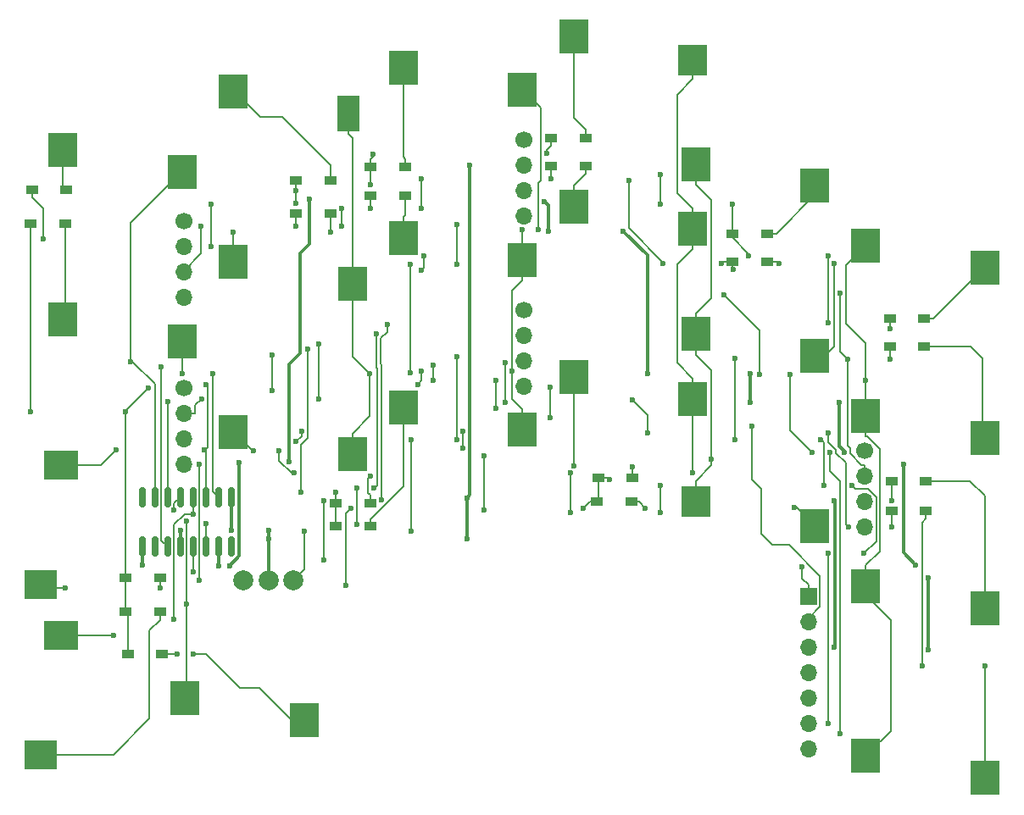
<source format=gbr>
G04 #@! TF.GenerationSoftware,KiCad,Pcbnew,9.0.0*
G04 #@! TF.CreationDate,2025-03-30T21:58:58+09:00*
G04 #@! TF.ProjectId,nofy,6e6f6679-2e6b-4696-9361-645f70636258,rev?*
G04 #@! TF.SameCoordinates,Original*
G04 #@! TF.FileFunction,Copper,L2,Bot*
G04 #@! TF.FilePolarity,Positive*
%FSLAX46Y46*%
G04 Gerber Fmt 4.6, Leading zero omitted, Abs format (unit mm)*
G04 Created by KiCad (PCBNEW 9.0.0) date 2025-03-30 21:58:58*
%MOMM*%
%LPD*%
G01*
G04 APERTURE LIST*
G04 Aperture macros list*
%AMRoundRect*
0 Rectangle with rounded corners*
0 $1 Rounding radius*
0 $2 $3 $4 $5 $6 $7 $8 $9 X,Y pos of 4 corners*
0 Add a 4 corners polygon primitive as box body*
4,1,4,$2,$3,$4,$5,$6,$7,$8,$9,$2,$3,0*
0 Add four circle primitives for the rounded corners*
1,1,$1+$1,$2,$3*
1,1,$1+$1,$4,$5*
1,1,$1+$1,$6,$7*
1,1,$1+$1,$8,$9*
0 Add four rect primitives between the rounded corners*
20,1,$1+$1,$2,$3,$4,$5,0*
20,1,$1+$1,$4,$5,$6,$7,0*
20,1,$1+$1,$6,$7,$8,$9,0*
20,1,$1+$1,$8,$9,$2,$3,0*%
G04 Aperture macros list end*
G04 #@! TA.AperFunction,SMDPad,CuDef*
%ADD10R,1.200000X0.950000*%
G04 #@! TD*
G04 #@! TA.AperFunction,SMDPad,CuDef*
%ADD11R,2.300000X3.550000*%
G04 #@! TD*
G04 #@! TA.AperFunction,SMDPad,CuDef*
%ADD12R,3.000000X3.500000*%
G04 #@! TD*
G04 #@! TA.AperFunction,SMDPad,CuDef*
%ADD13R,3.500000X3.000000*%
G04 #@! TD*
G04 #@! TA.AperFunction,SMDPad,CuDef*
%ADD14R,3.250000X3.000000*%
G04 #@! TD*
G04 #@! TA.AperFunction,SMDPad,CuDef*
%ADD15R,3.000000X3.050000*%
G04 #@! TD*
G04 #@! TA.AperFunction,ComponentPad*
%ADD16C,1.700000*%
G04 #@! TD*
G04 #@! TA.AperFunction,ComponentPad*
%ADD17O,1.700000X1.700000*%
G04 #@! TD*
G04 #@! TA.AperFunction,ComponentPad*
%ADD18R,1.700000X1.700000*%
G04 #@! TD*
G04 #@! TA.AperFunction,SMDPad,CuDef*
%ADD19R,3.000000X3.150000*%
G04 #@! TD*
G04 #@! TA.AperFunction,SMDPad,CuDef*
%ADD20RoundRect,0.150000X-0.150000X0.825000X-0.150000X-0.825000X0.150000X-0.825000X0.150000X0.825000X0*%
G04 #@! TD*
G04 #@! TA.AperFunction,ComponentPad*
%ADD21C,2.000000*%
G04 #@! TD*
G04 #@! TA.AperFunction,ViaPad*
%ADD22C,0.600000*%
G04 #@! TD*
G04 #@! TA.AperFunction,Conductor*
%ADD23C,0.200000*%
G04 #@! TD*
G04 #@! TA.AperFunction,Conductor*
%ADD24C,0.350000*%
G04 #@! TD*
G04 APERTURE END LIST*
D10*
X74773525Y-61733000D03*
X78223525Y-61733000D03*
D11*
X49873500Y-25308000D03*
D12*
X38323500Y-23133000D03*
D13*
X21173500Y-60483000D03*
D14*
X19098500Y-72383000D03*
D15*
X84523500Y-64108000D03*
D12*
X96423500Y-66533000D03*
X33523500Y-83733000D03*
X45423500Y-85933000D03*
D10*
X88200025Y-40133000D03*
X91650025Y-40133000D03*
X70100025Y-30533000D03*
X73550025Y-30533000D03*
X104073525Y-65033000D03*
X107523525Y-65033000D03*
X48600025Y-64233000D03*
X52050025Y-64233000D03*
X27600025Y-71733000D03*
X31050025Y-71733000D03*
D16*
X101373500Y-59033000D03*
D17*
X101373500Y-61573000D03*
X101373500Y-64113000D03*
X101373500Y-66653000D03*
D12*
X84523500Y-30358000D03*
X96423500Y-32558000D03*
D16*
X67373500Y-27933000D03*
D17*
X67373500Y-30473000D03*
X67373500Y-33013000D03*
X67373500Y-35553000D03*
D12*
X101523500Y-38533000D03*
X113423500Y-40733000D03*
D10*
X27790025Y-79303000D03*
X31240025Y-79303000D03*
D12*
X84223500Y-53833000D03*
X72323500Y-51633000D03*
D16*
X33373500Y-36038000D03*
D17*
X33373500Y-38578000D03*
X33373500Y-41118000D03*
X33373500Y-43658000D03*
D10*
X103900025Y-48633000D03*
X107350025Y-48633000D03*
D13*
X21173500Y-77483000D03*
D14*
X19098500Y-89383000D03*
D10*
X103900025Y-45833000D03*
X107350025Y-45833000D03*
D12*
X101523500Y-72533000D03*
X113423500Y-74733000D03*
X101523500Y-89533000D03*
X113423500Y-91733000D03*
D10*
X48600025Y-66533000D03*
X52050025Y-66533000D03*
D12*
X33223500Y-31133000D03*
X21323500Y-28933000D03*
X50223500Y-59333000D03*
X38323500Y-57133000D03*
D16*
X33373500Y-52733000D03*
D17*
X33373500Y-55273000D03*
X33373500Y-57813000D03*
X33373500Y-60353000D03*
D10*
X52073525Y-30633000D03*
X55523525Y-30633000D03*
D12*
X67223500Y-56933000D03*
X55323500Y-54733000D03*
X84223500Y-36833000D03*
X72323500Y-34633000D03*
D18*
X95773500Y-73573000D03*
D17*
X95773500Y-76113000D03*
X95773500Y-78653000D03*
X95773500Y-81193000D03*
X95773500Y-83733000D03*
X95773500Y-86273000D03*
X95773500Y-88813000D03*
D16*
X67373500Y-44993000D03*
D17*
X67373500Y-47533000D03*
X67373500Y-50073000D03*
X67373500Y-52613000D03*
D10*
X44600025Y-35333000D03*
X48050025Y-35333000D03*
X88200025Y-37333000D03*
X91650025Y-37333000D03*
D12*
X67223500Y-22933000D03*
X55323500Y-20733000D03*
X67223500Y-39933000D03*
X55323500Y-37733000D03*
D10*
X70100025Y-27733000D03*
X73550025Y-27733000D03*
D19*
X84223500Y-20008000D03*
D12*
X72323500Y-17633000D03*
X33223500Y-48133000D03*
X21323500Y-45933000D03*
D10*
X18100025Y-36333000D03*
X21550025Y-36333000D03*
X44600025Y-32033000D03*
X48050025Y-32033000D03*
X18226625Y-32933000D03*
X21676625Y-32933000D03*
X52073525Y-33533000D03*
X55523525Y-33533000D03*
X104073525Y-62033000D03*
X107523525Y-62033000D03*
X74673525Y-64133000D03*
X78123525Y-64133000D03*
X27573525Y-75133000D03*
X31023525Y-75133000D03*
D12*
X50223500Y-42333000D03*
X38323500Y-40133000D03*
X101523500Y-55533000D03*
X113423500Y-57733000D03*
X84523500Y-47358000D03*
X96423500Y-49558000D03*
D20*
X29228500Y-63658000D03*
X30498500Y-63658000D03*
X31768500Y-63658000D03*
X33038500Y-63658000D03*
X34308500Y-63658000D03*
X35578500Y-63658000D03*
X36848500Y-63658000D03*
X38118500Y-63658000D03*
X38118500Y-68608000D03*
X36848500Y-68608000D03*
X35578500Y-68608000D03*
X34308500Y-68608000D03*
X33038500Y-68608000D03*
X31768500Y-68608000D03*
X30498500Y-68608000D03*
X29228500Y-68608000D03*
D21*
X39363500Y-71933000D03*
X44363500Y-71933000D03*
X41863500Y-71933000D03*
D22*
X44600000Y-33013000D03*
X80996100Y-34384800D03*
X36121200Y-38578000D03*
X97763100Y-46233200D03*
X69653800Y-29313100D03*
X80996100Y-31422700D03*
X97763100Y-39518500D03*
X88200000Y-34384800D03*
X44600000Y-34329800D03*
X52073500Y-32411400D03*
X103900000Y-46815000D03*
X36121200Y-34359700D03*
X52324800Y-29345100D03*
X19329900Y-37818000D03*
X89826900Y-39518500D03*
X48050000Y-37200000D03*
X38323500Y-37200000D03*
X77837500Y-32037200D03*
X49163900Y-36553600D03*
X49163900Y-34800900D03*
X57134500Y-34800900D03*
X88291800Y-40933600D03*
X87082200Y-40309000D03*
X35118900Y-36558500D03*
X98923900Y-43271100D03*
X44600000Y-36558500D03*
X103900000Y-49892200D03*
X70100000Y-31861300D03*
X52073500Y-34800900D03*
X57134500Y-31830800D03*
X81256400Y-40309000D03*
X99676200Y-49892200D03*
X42927300Y-59052200D03*
X40361800Y-59052200D03*
X44412200Y-61213900D03*
X52050000Y-61518800D03*
X73300000Y-64773800D03*
X48600000Y-63141400D03*
X104073500Y-64041500D03*
X45769000Y-48840800D03*
X45071800Y-63141400D03*
X75889400Y-61861800D03*
X42221000Y-49442500D03*
X78185800Y-53967400D03*
X27600000Y-55119500D03*
X18100000Y-55119500D03*
X97788400Y-57250100D03*
X65482500Y-50244700D03*
X29869500Y-52733000D03*
X65482500Y-54169100D03*
X99772200Y-66653000D03*
X42221000Y-53013100D03*
X79720500Y-57250100D03*
X104073500Y-66653000D03*
X21559600Y-72700000D03*
X31050000Y-72700000D03*
X78223500Y-60637300D03*
X72319452Y-60507459D03*
X98364800Y-40309000D03*
X92876100Y-40309000D03*
X79500000Y-64773800D03*
X94380800Y-64696000D03*
X34300000Y-79300000D03*
X32700000Y-79300000D03*
X69977600Y-52700000D03*
X69977600Y-55735700D03*
X90118500Y-56563300D03*
X80996100Y-62486300D03*
X80996100Y-65233600D03*
X44598300Y-58081600D03*
X61289800Y-58775800D03*
X61289800Y-57108000D03*
X45142500Y-57108000D03*
X95120200Y-70584700D03*
X96128300Y-59177500D03*
X57107100Y-40984200D03*
X87360900Y-43405100D03*
X93962700Y-51381900D03*
X90929300Y-51381900D03*
X98967700Y-87259800D03*
X97931400Y-59177500D03*
X57335400Y-39543000D03*
X36848500Y-70497300D03*
X38006200Y-70497300D03*
X45947500Y-33880900D03*
X43921600Y-60101200D03*
X99337600Y-59192600D03*
X38946300Y-60229300D03*
X105297300Y-60346300D03*
X77278500Y-37066300D03*
X107763800Y-71677400D03*
X106498400Y-70412000D03*
X89944200Y-54152100D03*
X69824700Y-37066300D03*
X89944200Y-51292500D03*
X107763800Y-78937700D03*
X98846700Y-54152100D03*
X79700000Y-51292500D03*
X29228500Y-70431100D03*
X69425500Y-34085600D03*
X46854300Y-48339300D03*
X88473900Y-57890000D03*
X100127900Y-62470800D03*
X97329700Y-62470800D03*
X35153800Y-53811500D03*
X97034500Y-57890000D03*
X97730900Y-69295400D03*
X97730900Y-86273000D03*
X88473900Y-49767200D03*
X46854300Y-53811500D03*
X101292200Y-69295400D03*
X36255600Y-51279700D03*
X33223500Y-51279700D03*
X51927800Y-51287400D03*
X26650000Y-58964700D03*
X35643400Y-52392800D03*
X67223500Y-36954200D03*
X68792800Y-36954200D03*
X57134500Y-51087400D03*
X66209900Y-51087400D03*
X56758000Y-52392800D03*
X35452200Y-58964700D03*
X32429300Y-75854200D03*
X34343600Y-65333000D03*
X84223500Y-61239900D03*
X26400000Y-77500000D03*
X72048000Y-65219500D03*
X72048000Y-61260000D03*
X33673600Y-66062400D03*
X49559800Y-72495100D03*
X86077300Y-59843500D03*
X63368100Y-59548700D03*
X33673600Y-74324500D03*
X63368100Y-64977200D03*
X50070800Y-64793400D03*
X32382755Y-64942122D03*
X31768500Y-54084600D03*
X101523500Y-52008600D03*
X113423500Y-80540200D03*
X107131100Y-80540200D03*
X64555100Y-51952400D03*
X58266300Y-51952400D03*
X58266300Y-50446000D03*
X64555100Y-54770800D03*
X28050000Y-50100000D03*
X61685300Y-67858400D03*
X33038500Y-66967900D03*
X38118500Y-66967900D03*
X98354600Y-78679100D03*
X61685300Y-63731500D03*
X41863500Y-67858400D03*
X61970000Y-30473000D03*
X41863500Y-66967900D03*
X98354600Y-64013900D03*
X34943600Y-71933000D03*
X34943600Y-60353000D03*
X53155500Y-63912500D03*
X47347500Y-64007400D03*
X47347500Y-69930000D03*
X34308500Y-71152400D03*
X53708200Y-46364600D03*
X60701100Y-36378900D03*
X60701100Y-40358000D03*
X31119400Y-50646100D03*
X56033700Y-51224900D03*
X56033700Y-40358000D03*
X56101900Y-57915400D03*
X60680200Y-57915400D03*
X45438300Y-67073400D03*
X56101900Y-67073400D03*
X60680200Y-49608600D03*
X35578500Y-66280600D03*
X50672500Y-62783100D03*
X52649700Y-47347200D03*
X50672500Y-66365100D03*
X52405200Y-62783100D03*
D23*
X48050000Y-32033000D02*
X48050000Y-30450000D01*
X43250000Y-25650000D02*
X41000000Y-25650000D01*
X38483000Y-23133000D02*
X38323500Y-23133000D01*
X41000000Y-25650000D02*
X38483000Y-23133000D01*
X48050000Y-30450000D02*
X43250000Y-25650000D01*
X52073500Y-30633000D02*
X52073500Y-32411400D01*
X88200000Y-34384800D02*
X88200000Y-37709500D01*
X52073500Y-30633000D02*
X52073500Y-29856300D01*
X80996100Y-31422700D02*
X80996100Y-34384800D01*
X103900000Y-45833000D02*
X103900000Y-46815000D01*
X18226600Y-33709700D02*
X19329900Y-34813000D01*
X36121200Y-34359700D02*
X36121200Y-38578000D01*
X52073500Y-29856300D02*
X52324800Y-29605000D01*
X97763100Y-46233200D02*
X97763100Y-39518500D01*
X70100000Y-27733000D02*
X70100000Y-28509700D01*
X88200000Y-37709500D02*
X89826900Y-39336400D01*
X70100000Y-28509700D02*
X69653800Y-28955900D01*
X19329900Y-34813000D02*
X19329900Y-37818000D01*
X44600000Y-32033000D02*
X44600000Y-33013000D01*
X52324800Y-29605000D02*
X52324800Y-29345100D01*
X69653800Y-28955900D02*
X69653800Y-29313100D01*
X18226600Y-32933000D02*
X18226600Y-33709700D01*
X89826900Y-39336400D02*
X89826900Y-39518500D01*
X44600000Y-34329800D02*
X44600000Y-33013000D01*
X38323500Y-40133000D02*
X38323500Y-37200000D01*
X48050000Y-35333000D02*
X48050000Y-37200000D01*
X99676200Y-58491000D02*
X99676200Y-49892200D01*
X101085600Y-60421300D02*
X99939300Y-59275000D01*
X44600000Y-35333000D02*
X44600000Y-36558500D01*
X49163900Y-36553600D02*
X49163900Y-34800900D01*
X101373500Y-61573000D02*
X101373500Y-60421300D01*
X88291800Y-40933600D02*
X88200000Y-40841800D01*
X33373500Y-41033000D02*
X35118900Y-39287600D01*
X88200000Y-40841800D02*
X88200000Y-40133000D01*
X87298300Y-40133000D02*
X87122300Y-40309000D01*
X57134500Y-34800900D02*
X57134500Y-31830800D01*
X99939300Y-58754100D02*
X99676200Y-58491000D01*
X33373500Y-41118000D02*
X33373500Y-41033000D01*
X99939300Y-59275000D02*
X99939300Y-58754100D01*
X99676200Y-49892200D02*
X98923900Y-49139900D01*
X52073500Y-33533000D02*
X52073500Y-34800900D01*
X81256400Y-40309000D02*
X81256400Y-40193300D01*
X87122300Y-40309000D02*
X87082200Y-40309000D01*
X101373500Y-60421300D02*
X101085600Y-60421300D01*
X88200000Y-40133000D02*
X87298300Y-40133000D01*
X77837500Y-36774400D02*
X77837500Y-32037200D01*
X98923900Y-49139900D02*
X98923900Y-43271100D01*
X103900000Y-48633000D02*
X103900000Y-49892200D01*
X35118900Y-39287600D02*
X35118900Y-36558500D01*
X70100000Y-30533000D02*
X70100000Y-31861300D01*
X81256400Y-40193300D02*
X77837500Y-36774400D01*
X44412200Y-61213800D02*
X44125600Y-61213800D01*
X42927300Y-60015500D02*
X42927300Y-59052200D01*
X52050000Y-61518800D02*
X51803500Y-61765300D01*
X52050000Y-64233000D02*
X52050000Y-63456300D01*
X40242700Y-59052200D02*
X40361800Y-59052200D01*
X51803500Y-61765300D02*
X51803500Y-63209800D01*
X44125600Y-61213800D02*
X42927300Y-60015500D01*
X44412200Y-61213900D02*
X44412200Y-61213800D01*
X38323500Y-57133000D02*
X40242700Y-59052200D01*
X51803500Y-63209800D02*
X52050000Y-63456300D01*
X45071800Y-58459000D02*
X45769000Y-57761800D01*
X48600000Y-66533000D02*
X48600000Y-64233000D01*
X73300000Y-64773800D02*
X73940800Y-64133000D01*
X74773500Y-64033025D02*
X74773500Y-61733000D01*
X104073500Y-62033000D02*
X104073500Y-64041500D01*
X48600000Y-64233000D02*
X48600000Y-63141400D01*
X45071800Y-63141400D02*
X45071800Y-58459000D01*
X75760600Y-61733000D02*
X75889400Y-61861800D01*
X74773500Y-61733000D02*
X75760600Y-61733000D01*
X74673525Y-64133000D02*
X74773500Y-64033025D01*
X73940800Y-64133000D02*
X74673525Y-64133000D01*
X45769000Y-57761800D02*
X45769000Y-48840800D01*
X21323500Y-45933000D02*
X21550000Y-45706500D01*
X21550000Y-45706500D02*
X21550000Y-36333000D01*
X27600000Y-55002500D02*
X29869500Y-52733000D01*
X27600000Y-55119500D02*
X27600000Y-55002500D01*
X97788400Y-58183600D02*
X97788400Y-57250100D01*
X98533100Y-59238900D02*
X98533100Y-58928300D01*
X99526200Y-60232000D02*
X98533100Y-59238900D01*
X27573525Y-75133000D02*
X27600000Y-75106525D01*
X18100000Y-36333000D02*
X18100000Y-55119500D01*
X99526200Y-66407000D02*
X99526200Y-60232000D01*
X65482500Y-54169100D02*
X65482500Y-50244700D01*
X27790000Y-79303000D02*
X27790000Y-75349475D01*
X27600000Y-75106525D02*
X27600000Y-55119500D01*
X79720500Y-55502100D02*
X78185800Y-53967400D01*
X42221000Y-53013100D02*
X42221000Y-49442500D01*
X98533100Y-58928300D02*
X97788400Y-58183600D01*
X27790000Y-75349475D02*
X27573525Y-75133000D01*
X104073500Y-65033000D02*
X104073500Y-66653000D01*
X99772200Y-66653000D02*
X99526200Y-66407000D01*
X79720500Y-57250100D02*
X79720500Y-55502100D01*
X55323500Y-20733000D02*
X55323500Y-29656300D01*
X55523500Y-30633000D02*
X55523500Y-29856300D01*
X55323500Y-29656300D02*
X55523500Y-29856300D01*
X55323500Y-37733000D02*
X55323500Y-35681300D01*
X55523500Y-35481300D02*
X55523500Y-33533000D01*
X55323500Y-35681300D02*
X55523500Y-35481300D01*
X52162600Y-65756300D02*
X55323500Y-62595400D01*
X52050000Y-65756300D02*
X52162600Y-65756300D01*
X52050000Y-66533000D02*
X52050000Y-65756300D01*
X55323500Y-62595400D02*
X55323500Y-54733000D01*
X31050000Y-72700000D02*
X31050000Y-71733000D01*
X21559600Y-72700000D02*
X19290500Y-72700000D01*
X19290500Y-72700000D02*
X18973500Y-72383000D01*
X73550000Y-27733000D02*
X73550000Y-26956300D01*
X72323500Y-25729800D02*
X73550000Y-26956300D01*
X72323500Y-17633000D02*
X72323500Y-25729800D01*
X72323500Y-34633000D02*
X72323500Y-32536200D01*
X72323500Y-32536200D02*
X73550000Y-31309700D01*
X73550000Y-30533000D02*
X73550000Y-31309700D01*
X72323500Y-51633000D02*
X72323500Y-60503411D01*
X72323500Y-60503411D02*
X72319452Y-60507459D01*
X78223500Y-61733000D02*
X78223500Y-60637300D01*
X26350000Y-89400000D02*
X18990500Y-89400000D01*
X31023500Y-75909700D02*
X29950000Y-76983200D01*
X29950000Y-76983200D02*
X29950000Y-85800000D01*
X18990500Y-89400000D02*
X18973500Y-89383000D01*
X31023500Y-75133000D02*
X31023500Y-75909700D01*
X29950000Y-85800000D02*
X26350000Y-89400000D01*
X96423500Y-32558000D02*
X96423500Y-33461200D01*
X96423500Y-33461200D02*
X92551700Y-37333000D01*
X92551700Y-37333000D02*
X91650000Y-37333000D01*
X92551700Y-40133000D02*
X92700100Y-40133000D01*
X92700100Y-40133000D02*
X92876100Y-40309000D01*
X91650000Y-40133000D02*
X92551700Y-40133000D01*
X98322200Y-43520200D02*
X98364800Y-43562800D01*
X98364800Y-48635200D02*
X97442000Y-49558000D01*
X98322200Y-40351600D02*
X98322200Y-43520200D01*
X98364800Y-40309000D02*
X98322200Y-40351600D01*
X98364800Y-43562800D02*
X98364800Y-48635200D01*
X97442000Y-49558000D02*
X96423500Y-49558000D01*
X78859200Y-64133000D02*
X78123525Y-64133000D01*
X94586500Y-64696000D02*
X94380800Y-64696000D01*
X78123525Y-64133000D02*
X78123500Y-64133000D01*
X96423500Y-66533000D02*
X94586500Y-64696000D01*
X79500000Y-64773800D02*
X78859200Y-64133000D01*
X44173500Y-85933000D02*
X45423500Y-85933000D01*
X34300000Y-79300000D02*
X35600000Y-79300000D01*
X40923500Y-82683000D02*
X44173500Y-85933000D01*
X31240000Y-79303000D02*
X32697000Y-79303000D01*
X32697000Y-79303000D02*
X32700000Y-79300000D01*
X35600000Y-79300000D02*
X38983000Y-82683000D01*
X38983000Y-82683000D02*
X40923500Y-82683000D01*
X108251700Y-45833000D02*
X107350000Y-45833000D01*
X113423500Y-40733000D02*
X113351700Y-40733000D01*
X113351700Y-40733000D02*
X108251700Y-45833000D01*
X113150000Y-49800000D02*
X113150000Y-57459500D01*
X113150000Y-57459500D02*
X113423500Y-57733000D01*
X111983000Y-48633000D02*
X113150000Y-49800000D01*
X107350000Y-48633000D02*
X111983000Y-48633000D01*
X95773500Y-75753100D02*
X96942300Y-74584300D01*
X93836100Y-68433200D02*
X92179000Y-68433200D01*
X91062900Y-62798600D02*
X90118500Y-61854200D01*
X96942300Y-74584300D02*
X96942300Y-71539400D01*
X95773500Y-76113000D02*
X95773500Y-75753100D01*
X96942300Y-71539400D02*
X93836100Y-68433200D01*
X90118500Y-61854200D02*
X90118500Y-56563300D01*
X91062900Y-67317100D02*
X91062900Y-62798600D01*
X69977600Y-55735700D02*
X69977600Y-52700000D01*
X92179000Y-68433200D02*
X91062900Y-67317100D01*
X80996100Y-65233600D02*
X80996100Y-62486300D01*
X44598300Y-58081600D02*
X45142500Y-57537400D01*
X61289800Y-58775800D02*
X61289800Y-57108000D01*
X95773500Y-73573000D02*
X95773500Y-72421300D01*
X45142500Y-57537400D02*
X45142500Y-57108000D01*
X95120200Y-71768000D02*
X95120200Y-70584700D01*
X95773500Y-72421300D02*
X95120200Y-71768000D01*
X57107100Y-40984200D02*
X57335400Y-40755900D01*
X57335400Y-40755900D02*
X57335400Y-39543000D01*
X90929300Y-46973500D02*
X90929300Y-51381900D01*
X98967700Y-87259800D02*
X98967700Y-62059700D01*
X98967700Y-62059700D02*
X97931400Y-61023400D01*
X97931400Y-61023400D02*
X97931400Y-59177500D01*
X87360900Y-43405100D02*
X90929300Y-46973500D01*
X93962700Y-51381900D02*
X93962700Y-57011900D01*
X93962700Y-57011900D02*
X96128300Y-59177500D01*
D24*
X79700000Y-51292500D02*
X79700000Y-39487800D01*
X105297300Y-69210900D02*
X106498400Y-70412000D01*
X44996800Y-49298400D02*
X43921600Y-50373600D01*
X45947500Y-38319200D02*
X44996800Y-39269900D01*
X79700000Y-39487800D02*
X77278500Y-37066300D01*
X38946300Y-60229300D02*
X38946300Y-69557200D01*
X36848500Y-68608000D02*
X36848500Y-70497300D01*
X69824700Y-34484800D02*
X69425500Y-34085600D01*
X29228500Y-68608000D02*
X29228500Y-70431100D01*
X45947500Y-33880900D02*
X45947500Y-38319200D01*
X38946300Y-69557200D02*
X38006200Y-70497300D01*
X99337600Y-59058700D02*
X98846700Y-58567800D01*
X43921600Y-50373600D02*
X43921600Y-60101200D01*
X105297300Y-60346300D02*
X105297300Y-69210900D01*
X69824700Y-37066300D02*
X69824700Y-34484800D01*
X99337600Y-59192600D02*
X99337600Y-59058700D01*
X44996800Y-39269900D02*
X44996800Y-49298400D01*
X98846700Y-58567800D02*
X98846700Y-54152100D01*
X89944200Y-51292500D02*
X89944200Y-54152100D01*
X107763800Y-71677400D02*
X107763800Y-78937700D01*
D23*
X101750200Y-62843000D02*
X100500100Y-62843000D01*
X46854300Y-53811500D02*
X46854300Y-48339300D01*
X97730900Y-86273000D02*
X97730900Y-69295400D01*
X102540300Y-68047300D02*
X102540300Y-63633100D01*
X102540300Y-63633100D02*
X101750200Y-62843000D01*
X97329700Y-58185200D02*
X97034500Y-57890000D01*
X100500100Y-62843000D02*
X100127900Y-62470800D01*
X34525200Y-54440100D02*
X34525200Y-55273000D01*
X33373500Y-55273000D02*
X34525200Y-55273000D01*
X35153800Y-53811500D02*
X34525200Y-54440100D01*
X88473900Y-49767200D02*
X88473900Y-57890000D01*
X101292200Y-69295400D02*
X102540300Y-68047300D01*
X97329700Y-62470800D02*
X97329700Y-58185200D01*
X111915100Y-62033000D02*
X113423500Y-63541400D01*
X107523500Y-62033000D02*
X111915100Y-62033000D01*
X113423500Y-74733000D02*
X113423500Y-63541400D01*
X50223500Y-27734700D02*
X49873500Y-27384700D01*
X33223500Y-48133000D02*
X33223500Y-51279700D01*
X50223500Y-42333000D02*
X50223500Y-27734700D01*
X50223500Y-49583100D02*
X51927800Y-51287400D01*
X50223500Y-42333000D02*
X50223500Y-44384700D01*
X36848500Y-63658000D02*
X36255600Y-63065100D01*
X49873500Y-25308000D02*
X49873500Y-27384700D01*
X50223500Y-59333000D02*
X50223500Y-57281300D01*
X51927800Y-55577000D02*
X50223500Y-57281300D01*
X50223500Y-44384700D02*
X50223500Y-49583100D01*
X36255600Y-63065100D02*
X36255600Y-51279700D01*
X51927800Y-51287400D02*
X51927800Y-55577000D01*
X66209900Y-42998300D02*
X66209900Y-51087400D01*
X67223500Y-56933000D02*
X67223500Y-54881300D01*
X21173500Y-60483000D02*
X25131700Y-60483000D01*
X67223500Y-22933000D02*
X69025200Y-24734700D01*
X35755500Y-52504900D02*
X35643400Y-52392800D01*
X57134500Y-52016300D02*
X56758000Y-52392800D01*
X69025200Y-24734700D02*
X69025200Y-32019100D01*
X35452200Y-58964700D02*
X35578500Y-59091000D01*
X66209900Y-51087400D02*
X66209900Y-53867700D01*
X67223500Y-39933000D02*
X67223500Y-41984700D01*
X25131700Y-60483000D02*
X26650000Y-58964700D01*
X67223500Y-41984700D02*
X66209900Y-42998300D01*
X68792800Y-32251500D02*
X68792800Y-36954200D01*
X69025200Y-32019100D02*
X68792800Y-32251500D01*
X35578500Y-59091000D02*
X35578500Y-63658000D01*
X35452200Y-58964700D02*
X35755500Y-58661400D01*
X35755500Y-58661400D02*
X35755500Y-52504900D01*
X57134500Y-51087400D02*
X57134500Y-52016300D01*
X66209900Y-53867700D02*
X67223500Y-54881300D01*
X67223500Y-39933000D02*
X67223500Y-36954200D01*
X34343600Y-65310068D02*
X34343600Y-65333000D01*
X34343600Y-65333000D02*
X33488278Y-65333000D01*
X82682500Y-33240300D02*
X84223500Y-34781300D01*
X34308500Y-64598000D02*
X34308500Y-63658000D01*
X34323500Y-64613000D02*
X34308500Y-64598000D01*
X84223500Y-36833000D02*
X84223500Y-38884700D01*
X84223500Y-53833000D02*
X84223500Y-51781300D01*
X84223500Y-36833000D02*
X84223500Y-34781300D01*
X84223500Y-21884700D02*
X82682500Y-23425700D01*
X34323500Y-65312900D02*
X34323500Y-64613000D01*
X84223500Y-38884700D02*
X82694600Y-40413600D01*
X21173500Y-77483000D02*
X26383000Y-77483000D01*
X84223500Y-53833000D02*
X84223500Y-61239900D01*
X82694600Y-40413600D02*
X82694600Y-50252400D01*
X82694600Y-50252400D02*
X84223500Y-51781300D01*
X26383000Y-77483000D02*
X26400000Y-77500000D01*
X33488278Y-65333000D02*
X32429300Y-66391978D01*
X32429300Y-66391978D02*
X32429300Y-75854200D01*
X34343600Y-65333000D02*
X34323500Y-65312900D01*
X82682500Y-23425700D02*
X82682500Y-33240300D01*
X84223500Y-20008000D02*
X84223500Y-21884700D01*
X72048000Y-65219500D02*
X72048000Y-61260000D01*
X86077300Y-50963500D02*
X86077300Y-59843500D01*
X84523500Y-62028500D02*
X84523500Y-62281300D01*
X49559800Y-65304400D02*
X50070800Y-64793400D01*
X33523500Y-83733000D02*
X33673600Y-83582900D01*
X33673600Y-74324500D02*
X33673600Y-66062400D01*
X84523500Y-30358000D02*
X84523500Y-32409700D01*
X84523500Y-47358000D02*
X84523500Y-49409700D01*
X84523500Y-46814300D02*
X84523500Y-47358000D01*
X84523500Y-45306300D02*
X86029800Y-43800000D01*
X49559800Y-72495100D02*
X49559800Y-65304400D01*
X32382755Y-64786723D02*
X32397500Y-64771978D01*
X33673600Y-83582900D02*
X33673600Y-74324500D01*
X86029800Y-43800000D02*
X86029800Y-33916000D01*
X86077300Y-59843500D02*
X86077300Y-60474700D01*
X84523500Y-49409700D02*
X86077300Y-50963500D01*
X84523500Y-46814300D02*
X84523500Y-45306300D01*
X63368100Y-64977200D02*
X63368100Y-59548700D01*
X32382755Y-64942122D02*
X32382755Y-64786723D01*
X32397500Y-64299000D02*
X33038500Y-63658000D01*
X86077300Y-60474700D02*
X84523500Y-62028500D01*
X32397500Y-64771978D02*
X32397500Y-64299000D01*
X84523500Y-64108000D02*
X84523500Y-62281300D01*
X86029800Y-33916000D02*
X84523500Y-32409700D01*
X102942000Y-58876000D02*
X101650700Y-57584700D01*
X101523500Y-72533000D02*
X101523500Y-70481300D01*
X101650700Y-57584700D02*
X101523500Y-57584700D01*
X101523500Y-72533000D02*
X101523500Y-73383000D01*
X99543300Y-46298400D02*
X101523500Y-48278600D01*
X99543300Y-40513200D02*
X99543300Y-46298400D01*
X101523500Y-70481300D02*
X102942000Y-69062800D01*
X101523500Y-38533000D02*
X99543300Y-40513200D01*
X102942000Y-69062800D02*
X102942000Y-58876000D01*
X101523500Y-55533000D02*
X101523500Y-52008600D01*
X101523500Y-55533000D02*
X101523500Y-57584700D01*
X104056600Y-86999900D02*
X101523500Y-89533000D01*
X104056600Y-75916100D02*
X104056600Y-86999900D01*
X101523500Y-48278600D02*
X101523500Y-52008600D01*
X31768500Y-63658000D02*
X31768500Y-54084600D01*
X101523500Y-73383000D02*
X104056600Y-75916100D01*
X107131100Y-66202100D02*
X107131100Y-80540200D01*
X107523500Y-65033000D02*
X107523500Y-65809700D01*
X107523500Y-65809700D02*
X107131100Y-66202100D01*
X113423500Y-91733000D02*
X113423500Y-80540200D01*
X21323500Y-32579900D02*
X21676600Y-32933000D01*
X21323500Y-28933000D02*
X21323500Y-32579900D01*
X28233700Y-50100000D02*
X30498500Y-52364800D01*
X33123500Y-31133000D02*
X33223500Y-31133000D01*
X28050000Y-50100000D02*
X28049400Y-50099400D01*
X58266300Y-51952400D02*
X58266300Y-50446000D01*
X28049400Y-50099400D02*
X28049400Y-36207100D01*
X28050000Y-50100000D02*
X28233700Y-50100000D01*
X28049400Y-36207100D02*
X33123500Y-31133000D01*
X64555100Y-51952400D02*
X64555100Y-54770800D01*
X30498500Y-52364800D02*
X30498500Y-63658000D01*
D24*
X98410800Y-78622900D02*
X98410800Y-64070100D01*
X98410800Y-64070100D02*
X98354600Y-64013900D01*
X38118500Y-63658000D02*
X38118500Y-66967900D01*
X41863500Y-71933000D02*
X41863500Y-67858400D01*
X33038500Y-68608000D02*
X33038500Y-66967900D01*
X41863500Y-67858400D02*
X41863500Y-66967900D01*
X61685300Y-67858400D02*
X61685300Y-63731500D01*
X98354600Y-78679100D02*
X98410800Y-78622900D01*
X61685300Y-63731500D02*
X61970000Y-63446800D01*
X61970000Y-63446800D02*
X61970000Y-30473000D01*
D23*
X34943600Y-71933000D02*
X34943600Y-60353000D01*
X53155500Y-50424800D02*
X53051400Y-50320700D01*
X53051400Y-47798300D02*
X53708200Y-47141500D01*
X47347500Y-64007400D02*
X47347500Y-69930000D01*
X34308500Y-68608000D02*
X34308500Y-71152400D01*
X53708200Y-47141500D02*
X53708200Y-46364600D01*
X53051400Y-50320700D02*
X53051400Y-47798300D01*
X53155500Y-63912500D02*
X53155500Y-50424800D01*
X60701100Y-36378900D02*
X60701100Y-40358000D01*
X56033700Y-40358000D02*
X56033700Y-51224900D01*
X31768500Y-68608000D02*
X31119400Y-67958900D01*
X31119400Y-67958900D02*
X31119400Y-50646100D01*
X60680200Y-57915400D02*
X60680200Y-49608600D01*
X56101900Y-67073400D02*
X56101900Y-57915400D01*
X45438300Y-70858200D02*
X45438300Y-67073400D01*
X44363500Y-71933000D02*
X45438300Y-70858200D01*
X52649700Y-50687200D02*
X52649700Y-47347200D01*
X52699700Y-50737200D02*
X52649700Y-50687200D01*
X50672500Y-66365100D02*
X50672500Y-62783100D01*
X52699700Y-62488600D02*
X52699700Y-50737200D01*
X52405200Y-62783100D02*
X52699700Y-62488600D01*
X35578500Y-68608000D02*
X35578500Y-66280600D01*
M02*

</source>
